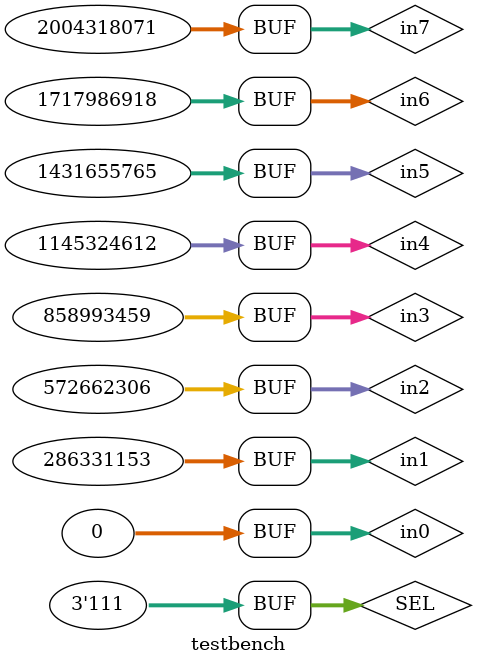
<source format=v>
module testbench;
    reg [0:31] in0;
    reg [0:31] in1;
    reg [0:31] in2;
    reg [0:31] in3;
    reg [0:31] in4;
    reg [0:31] in5;
    reg [0:31] in6;
    reg [0:31] in7;

    reg [0:2] SEL;
    wire [0:31] Z;

    mux8to1_32bit MUX8TO1_32BIT (
        .in0(in0),
        .in1(in1),
        .in2(in2),
        .in3(in3),
        .in4(in4),
        .in5(in5),
        .in6(in6),
        .in7(in7),
        .sel(SEL),
        .Z(Z)
    );
    
    initial begin
        $monitor("in0=%h in1=%h in2=%h in3=%h in4=%h in5=%h in6=%h in7=%h sel=%h Z=%h",in0,in1,in2,in3,in4,in5,in6,in7,SEL,Z);

        #0 in0 = 32'h00000000; in1 = 32'h11111111; in2 = 32'h22222222; in3 = 32'h33333333; in4 = 32'h44444444; in5 = 32'h55555555; in6 = 32'h66666666; in7 = 32'h77777777; SEL=3'h0;
        #1 in0 = 32'h00000000; in1 = 32'h11111111; in2 = 32'h22222222; in3 = 32'h33333333; in4 = 32'h44444444; in5 = 32'h55555555; in6 = 32'h66666666; in7 = 32'h77777777; SEL=3'h1;
        #1 in0 = 32'h00000000; in1 = 32'h11111111; in2 = 32'h22222222; in3 = 32'h33333333; in4 = 32'h44444444; in5 = 32'h55555555; in6 = 32'h66666666; in7 = 32'h77777777; SEL=3'h2;
        #1 in0 = 32'h00000000; in1 = 32'h11111111; in2 = 32'h22222222; in3 = 32'h33333333; in4 = 32'h44444444; in5 = 32'h55555555; in6 = 32'h66666666; in7 = 32'h77777777; SEL=3'h3;

        #1 in0 = 32'h00000000; in1 = 32'h11111111; in2 = 32'h22222222; in3 = 32'h33333333; in4 = 32'h44444444; in5 = 32'h55555555; in6 = 32'h66666666; in7 = 32'h77777777; SEL=3'h4;
        #1 in0 = 32'h00000000; in1 = 32'h11111111; in2 = 32'h22222222; in3 = 32'h33333333; in4 = 32'h44444444; in5 = 32'h55555555; in6 = 32'h66666666; in7 = 32'h77777777; SEL=3'h5;
        #1 in0 = 32'h00000000; in1 = 32'h11111111; in2 = 32'h22222222; in3 = 32'h33333333; in4 = 32'h44444444; in5 = 32'h55555555; in6 = 32'h66666666; in7 = 32'h77777777; SEL=3'h6;
        #1 in0 = 32'h00000000; in1 = 32'h11111111; in2 = 32'h22222222; in3 = 32'h33333333; in4 = 32'h44444444; in5 = 32'h55555555; in6 = 32'h66666666; in7 = 32'h77777777; SEL=3'h7;

    end
endmodule // testbench
</source>
